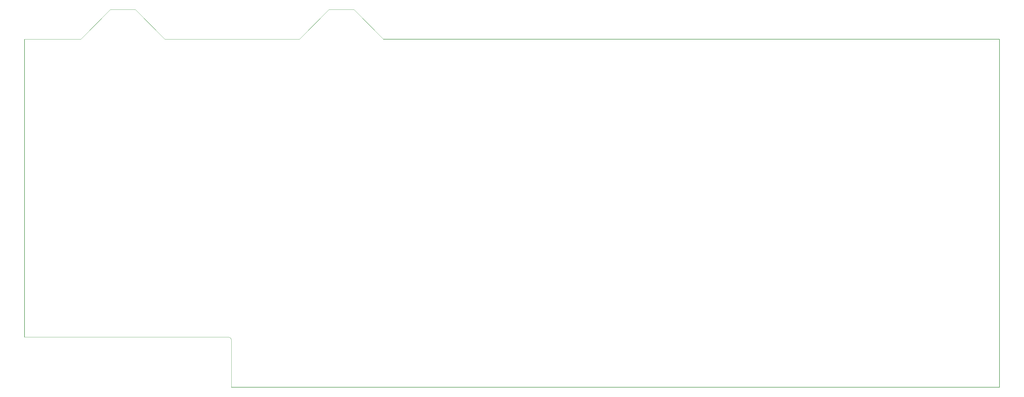
<source format=gbr>
%TF.GenerationSoftware,KiCad,Pcbnew,6.0.2+dfsg-1*%
%TF.CreationDate,2024-06-08T22:33:11+02:00*%
%TF.ProjectId,seatel,73656174-656c-42e6-9b69-6361645f7063,rev?*%
%TF.SameCoordinates,Original*%
%TF.FileFunction,Profile,NP*%
%FSLAX46Y46*%
G04 Gerber Fmt 4.6, Leading zero omitted, Abs format (unit mm)*
G04 Created by KiCad (PCBNEW 6.0.2+dfsg-1) date 2024-06-08 22:33:11*
%MOMM*%
%LPD*%
G01*
G04 APERTURE LIST*
%TA.AperFunction,Profile*%
%ADD10C,0.100000*%
%TD*%
%TA.AperFunction,Profile*%
%ADD11C,0.150000*%
%TD*%
G04 APERTURE END LIST*
D10*
X143000000Y-82000000D02*
X97500000Y-82000000D01*
X120000000Y-184000000D02*
G75*
G03*
X119000000Y-183000000I-999999J1D01*
G01*
D11*
X380000000Y-200000000D02*
X120000000Y-200000000D01*
X50000000Y-183000000D02*
X50000000Y-82000000D01*
D10*
X87500000Y-72000000D02*
X97500000Y-82000000D01*
X79000000Y-72000000D02*
X87500000Y-72000000D01*
X153000000Y-72000000D02*
X161500000Y-72000000D01*
X50000000Y-183000000D02*
X119000000Y-183000000D01*
D11*
X171500000Y-82000000D02*
X380000000Y-82000000D01*
D10*
X120000000Y-184000000D02*
X120000000Y-200000000D01*
X143000000Y-82000000D02*
X153000000Y-72000000D01*
X69000000Y-82000000D02*
X50000000Y-82000000D01*
X161500000Y-72000000D02*
X171500000Y-82000000D01*
D11*
X380000000Y-82000000D02*
X380000000Y-200000000D01*
D10*
X69000000Y-82000000D02*
X79000000Y-72000000D01*
M02*

</source>
